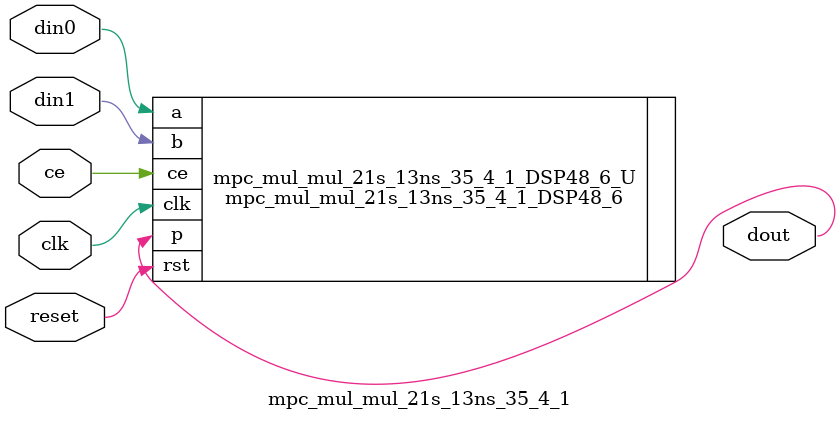
<source format=v>
module mpc_mul_mul_21s_13ns_35_4_1(
    clk,
    reset,
    ce,
    din0,
    din1,
    dout);

parameter ID = 32'd1;
parameter NUM_STAGE = 32'd1;
parameter din0_WIDTH = 32'd1;
parameter din1_WIDTH = 32'd1;
parameter dout_WIDTH = 32'd1;
input clk;
input reset;
input ce;
input[din0_WIDTH - 1:0] din0;
input[din1_WIDTH - 1:0] din1;
output[dout_WIDTH - 1:0] dout;



mpc_mul_mul_21s_13ns_35_4_1_DSP48_6 mpc_mul_mul_21s_13ns_35_4_1_DSP48_6_U(
    .clk( clk ),
    .rst( reset ),
    .ce( ce ),
    .a( din0 ),
    .b( din1 ),
    .p( dout ));

endmodule

</source>
